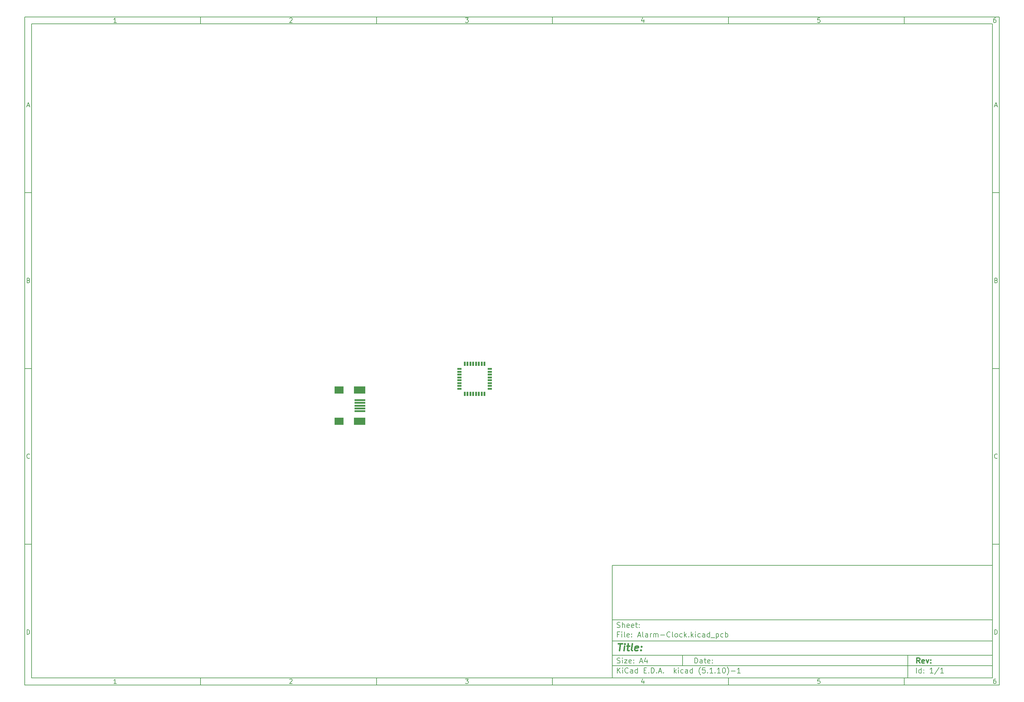
<source format=gbr>
%TF.GenerationSoftware,KiCad,Pcbnew,(5.1.10)-1*%
%TF.CreationDate,2021-11-24T23:11:51+01:00*%
%TF.ProjectId,Alarm-Clock,416c6172-6d2d-4436-9c6f-636b2e6b6963,rev?*%
%TF.SameCoordinates,Original*%
%TF.FileFunction,Paste,Top*%
%TF.FilePolarity,Positive*%
%FSLAX46Y46*%
G04 Gerber Fmt 4.6, Leading zero omitted, Abs format (unit mm)*
G04 Created by KiCad (PCBNEW (5.1.10)-1) date 2021-11-24 23:11:51*
%MOMM*%
%LPD*%
G01*
G04 APERTURE LIST*
%ADD10C,0.100000*%
%ADD11C,0.150000*%
%ADD12C,0.300000*%
%ADD13C,0.400000*%
%ADD14R,0.558800X1.270000*%
%ADD15R,1.270000X0.558800*%
%ADD16R,3.100000X0.500000*%
%ADD17R,3.300000X2.000000*%
%ADD18R,2.500000X2.000000*%
G04 APERTURE END LIST*
D10*
D11*
X177002200Y-166007200D02*
X177002200Y-198007200D01*
X285002200Y-198007200D01*
X285002200Y-166007200D01*
X177002200Y-166007200D01*
D10*
D11*
X10000000Y-10000000D02*
X10000000Y-200007200D01*
X287002200Y-200007200D01*
X287002200Y-10000000D01*
X10000000Y-10000000D01*
D10*
D11*
X12000000Y-12000000D02*
X12000000Y-198007200D01*
X285002200Y-198007200D01*
X285002200Y-12000000D01*
X12000000Y-12000000D01*
D10*
D11*
X60000000Y-12000000D02*
X60000000Y-10000000D01*
D10*
D11*
X110000000Y-12000000D02*
X110000000Y-10000000D01*
D10*
D11*
X160000000Y-12000000D02*
X160000000Y-10000000D01*
D10*
D11*
X210000000Y-12000000D02*
X210000000Y-10000000D01*
D10*
D11*
X260000000Y-12000000D02*
X260000000Y-10000000D01*
D10*
D11*
X36065476Y-11588095D02*
X35322619Y-11588095D01*
X35694047Y-11588095D02*
X35694047Y-10288095D01*
X35570238Y-10473809D01*
X35446428Y-10597619D01*
X35322619Y-10659523D01*
D10*
D11*
X85322619Y-10411904D02*
X85384523Y-10350000D01*
X85508333Y-10288095D01*
X85817857Y-10288095D01*
X85941666Y-10350000D01*
X86003571Y-10411904D01*
X86065476Y-10535714D01*
X86065476Y-10659523D01*
X86003571Y-10845238D01*
X85260714Y-11588095D01*
X86065476Y-11588095D01*
D10*
D11*
X135260714Y-10288095D02*
X136065476Y-10288095D01*
X135632142Y-10783333D01*
X135817857Y-10783333D01*
X135941666Y-10845238D01*
X136003571Y-10907142D01*
X136065476Y-11030952D01*
X136065476Y-11340476D01*
X136003571Y-11464285D01*
X135941666Y-11526190D01*
X135817857Y-11588095D01*
X135446428Y-11588095D01*
X135322619Y-11526190D01*
X135260714Y-11464285D01*
D10*
D11*
X185941666Y-10721428D02*
X185941666Y-11588095D01*
X185632142Y-10226190D02*
X185322619Y-11154761D01*
X186127380Y-11154761D01*
D10*
D11*
X236003571Y-10288095D02*
X235384523Y-10288095D01*
X235322619Y-10907142D01*
X235384523Y-10845238D01*
X235508333Y-10783333D01*
X235817857Y-10783333D01*
X235941666Y-10845238D01*
X236003571Y-10907142D01*
X236065476Y-11030952D01*
X236065476Y-11340476D01*
X236003571Y-11464285D01*
X235941666Y-11526190D01*
X235817857Y-11588095D01*
X235508333Y-11588095D01*
X235384523Y-11526190D01*
X235322619Y-11464285D01*
D10*
D11*
X285941666Y-10288095D02*
X285694047Y-10288095D01*
X285570238Y-10350000D01*
X285508333Y-10411904D01*
X285384523Y-10597619D01*
X285322619Y-10845238D01*
X285322619Y-11340476D01*
X285384523Y-11464285D01*
X285446428Y-11526190D01*
X285570238Y-11588095D01*
X285817857Y-11588095D01*
X285941666Y-11526190D01*
X286003571Y-11464285D01*
X286065476Y-11340476D01*
X286065476Y-11030952D01*
X286003571Y-10907142D01*
X285941666Y-10845238D01*
X285817857Y-10783333D01*
X285570238Y-10783333D01*
X285446428Y-10845238D01*
X285384523Y-10907142D01*
X285322619Y-11030952D01*
D10*
D11*
X60000000Y-198007200D02*
X60000000Y-200007200D01*
D10*
D11*
X110000000Y-198007200D02*
X110000000Y-200007200D01*
D10*
D11*
X160000000Y-198007200D02*
X160000000Y-200007200D01*
D10*
D11*
X210000000Y-198007200D02*
X210000000Y-200007200D01*
D10*
D11*
X260000000Y-198007200D02*
X260000000Y-200007200D01*
D10*
D11*
X36065476Y-199595295D02*
X35322619Y-199595295D01*
X35694047Y-199595295D02*
X35694047Y-198295295D01*
X35570238Y-198481009D01*
X35446428Y-198604819D01*
X35322619Y-198666723D01*
D10*
D11*
X85322619Y-198419104D02*
X85384523Y-198357200D01*
X85508333Y-198295295D01*
X85817857Y-198295295D01*
X85941666Y-198357200D01*
X86003571Y-198419104D01*
X86065476Y-198542914D01*
X86065476Y-198666723D01*
X86003571Y-198852438D01*
X85260714Y-199595295D01*
X86065476Y-199595295D01*
D10*
D11*
X135260714Y-198295295D02*
X136065476Y-198295295D01*
X135632142Y-198790533D01*
X135817857Y-198790533D01*
X135941666Y-198852438D01*
X136003571Y-198914342D01*
X136065476Y-199038152D01*
X136065476Y-199347676D01*
X136003571Y-199471485D01*
X135941666Y-199533390D01*
X135817857Y-199595295D01*
X135446428Y-199595295D01*
X135322619Y-199533390D01*
X135260714Y-199471485D01*
D10*
D11*
X185941666Y-198728628D02*
X185941666Y-199595295D01*
X185632142Y-198233390D02*
X185322619Y-199161961D01*
X186127380Y-199161961D01*
D10*
D11*
X236003571Y-198295295D02*
X235384523Y-198295295D01*
X235322619Y-198914342D01*
X235384523Y-198852438D01*
X235508333Y-198790533D01*
X235817857Y-198790533D01*
X235941666Y-198852438D01*
X236003571Y-198914342D01*
X236065476Y-199038152D01*
X236065476Y-199347676D01*
X236003571Y-199471485D01*
X235941666Y-199533390D01*
X235817857Y-199595295D01*
X235508333Y-199595295D01*
X235384523Y-199533390D01*
X235322619Y-199471485D01*
D10*
D11*
X285941666Y-198295295D02*
X285694047Y-198295295D01*
X285570238Y-198357200D01*
X285508333Y-198419104D01*
X285384523Y-198604819D01*
X285322619Y-198852438D01*
X285322619Y-199347676D01*
X285384523Y-199471485D01*
X285446428Y-199533390D01*
X285570238Y-199595295D01*
X285817857Y-199595295D01*
X285941666Y-199533390D01*
X286003571Y-199471485D01*
X286065476Y-199347676D01*
X286065476Y-199038152D01*
X286003571Y-198914342D01*
X285941666Y-198852438D01*
X285817857Y-198790533D01*
X285570238Y-198790533D01*
X285446428Y-198852438D01*
X285384523Y-198914342D01*
X285322619Y-199038152D01*
D10*
D11*
X10000000Y-60000000D02*
X12000000Y-60000000D01*
D10*
D11*
X10000000Y-110000000D02*
X12000000Y-110000000D01*
D10*
D11*
X10000000Y-160000000D02*
X12000000Y-160000000D01*
D10*
D11*
X10690476Y-35216666D02*
X11309523Y-35216666D01*
X10566666Y-35588095D02*
X11000000Y-34288095D01*
X11433333Y-35588095D01*
D10*
D11*
X11092857Y-84907142D02*
X11278571Y-84969047D01*
X11340476Y-85030952D01*
X11402380Y-85154761D01*
X11402380Y-85340476D01*
X11340476Y-85464285D01*
X11278571Y-85526190D01*
X11154761Y-85588095D01*
X10659523Y-85588095D01*
X10659523Y-84288095D01*
X11092857Y-84288095D01*
X11216666Y-84350000D01*
X11278571Y-84411904D01*
X11340476Y-84535714D01*
X11340476Y-84659523D01*
X11278571Y-84783333D01*
X11216666Y-84845238D01*
X11092857Y-84907142D01*
X10659523Y-84907142D01*
D10*
D11*
X11402380Y-135464285D02*
X11340476Y-135526190D01*
X11154761Y-135588095D01*
X11030952Y-135588095D01*
X10845238Y-135526190D01*
X10721428Y-135402380D01*
X10659523Y-135278571D01*
X10597619Y-135030952D01*
X10597619Y-134845238D01*
X10659523Y-134597619D01*
X10721428Y-134473809D01*
X10845238Y-134350000D01*
X11030952Y-134288095D01*
X11154761Y-134288095D01*
X11340476Y-134350000D01*
X11402380Y-134411904D01*
D10*
D11*
X10659523Y-185588095D02*
X10659523Y-184288095D01*
X10969047Y-184288095D01*
X11154761Y-184350000D01*
X11278571Y-184473809D01*
X11340476Y-184597619D01*
X11402380Y-184845238D01*
X11402380Y-185030952D01*
X11340476Y-185278571D01*
X11278571Y-185402380D01*
X11154761Y-185526190D01*
X10969047Y-185588095D01*
X10659523Y-185588095D01*
D10*
D11*
X287002200Y-60000000D02*
X285002200Y-60000000D01*
D10*
D11*
X287002200Y-110000000D02*
X285002200Y-110000000D01*
D10*
D11*
X287002200Y-160000000D02*
X285002200Y-160000000D01*
D10*
D11*
X285692676Y-35216666D02*
X286311723Y-35216666D01*
X285568866Y-35588095D02*
X286002200Y-34288095D01*
X286435533Y-35588095D01*
D10*
D11*
X286095057Y-84907142D02*
X286280771Y-84969047D01*
X286342676Y-85030952D01*
X286404580Y-85154761D01*
X286404580Y-85340476D01*
X286342676Y-85464285D01*
X286280771Y-85526190D01*
X286156961Y-85588095D01*
X285661723Y-85588095D01*
X285661723Y-84288095D01*
X286095057Y-84288095D01*
X286218866Y-84350000D01*
X286280771Y-84411904D01*
X286342676Y-84535714D01*
X286342676Y-84659523D01*
X286280771Y-84783333D01*
X286218866Y-84845238D01*
X286095057Y-84907142D01*
X285661723Y-84907142D01*
D10*
D11*
X286404580Y-135464285D02*
X286342676Y-135526190D01*
X286156961Y-135588095D01*
X286033152Y-135588095D01*
X285847438Y-135526190D01*
X285723628Y-135402380D01*
X285661723Y-135278571D01*
X285599819Y-135030952D01*
X285599819Y-134845238D01*
X285661723Y-134597619D01*
X285723628Y-134473809D01*
X285847438Y-134350000D01*
X286033152Y-134288095D01*
X286156961Y-134288095D01*
X286342676Y-134350000D01*
X286404580Y-134411904D01*
D10*
D11*
X285661723Y-185588095D02*
X285661723Y-184288095D01*
X285971247Y-184288095D01*
X286156961Y-184350000D01*
X286280771Y-184473809D01*
X286342676Y-184597619D01*
X286404580Y-184845238D01*
X286404580Y-185030952D01*
X286342676Y-185278571D01*
X286280771Y-185402380D01*
X286156961Y-185526190D01*
X285971247Y-185588095D01*
X285661723Y-185588095D01*
D10*
D11*
X200434342Y-193785771D02*
X200434342Y-192285771D01*
X200791485Y-192285771D01*
X201005771Y-192357200D01*
X201148628Y-192500057D01*
X201220057Y-192642914D01*
X201291485Y-192928628D01*
X201291485Y-193142914D01*
X201220057Y-193428628D01*
X201148628Y-193571485D01*
X201005771Y-193714342D01*
X200791485Y-193785771D01*
X200434342Y-193785771D01*
X202577200Y-193785771D02*
X202577200Y-193000057D01*
X202505771Y-192857200D01*
X202362914Y-192785771D01*
X202077200Y-192785771D01*
X201934342Y-192857200D01*
X202577200Y-193714342D02*
X202434342Y-193785771D01*
X202077200Y-193785771D01*
X201934342Y-193714342D01*
X201862914Y-193571485D01*
X201862914Y-193428628D01*
X201934342Y-193285771D01*
X202077200Y-193214342D01*
X202434342Y-193214342D01*
X202577200Y-193142914D01*
X203077200Y-192785771D02*
X203648628Y-192785771D01*
X203291485Y-192285771D02*
X203291485Y-193571485D01*
X203362914Y-193714342D01*
X203505771Y-193785771D01*
X203648628Y-193785771D01*
X204720057Y-193714342D02*
X204577200Y-193785771D01*
X204291485Y-193785771D01*
X204148628Y-193714342D01*
X204077200Y-193571485D01*
X204077200Y-193000057D01*
X204148628Y-192857200D01*
X204291485Y-192785771D01*
X204577200Y-192785771D01*
X204720057Y-192857200D01*
X204791485Y-193000057D01*
X204791485Y-193142914D01*
X204077200Y-193285771D01*
X205434342Y-193642914D02*
X205505771Y-193714342D01*
X205434342Y-193785771D01*
X205362914Y-193714342D01*
X205434342Y-193642914D01*
X205434342Y-193785771D01*
X205434342Y-192857200D02*
X205505771Y-192928628D01*
X205434342Y-193000057D01*
X205362914Y-192928628D01*
X205434342Y-192857200D01*
X205434342Y-193000057D01*
D10*
D11*
X177002200Y-194507200D02*
X285002200Y-194507200D01*
D10*
D11*
X178434342Y-196585771D02*
X178434342Y-195085771D01*
X179291485Y-196585771D02*
X178648628Y-195728628D01*
X179291485Y-195085771D02*
X178434342Y-195942914D01*
X179934342Y-196585771D02*
X179934342Y-195585771D01*
X179934342Y-195085771D02*
X179862914Y-195157200D01*
X179934342Y-195228628D01*
X180005771Y-195157200D01*
X179934342Y-195085771D01*
X179934342Y-195228628D01*
X181505771Y-196442914D02*
X181434342Y-196514342D01*
X181220057Y-196585771D01*
X181077200Y-196585771D01*
X180862914Y-196514342D01*
X180720057Y-196371485D01*
X180648628Y-196228628D01*
X180577200Y-195942914D01*
X180577200Y-195728628D01*
X180648628Y-195442914D01*
X180720057Y-195300057D01*
X180862914Y-195157200D01*
X181077200Y-195085771D01*
X181220057Y-195085771D01*
X181434342Y-195157200D01*
X181505771Y-195228628D01*
X182791485Y-196585771D02*
X182791485Y-195800057D01*
X182720057Y-195657200D01*
X182577200Y-195585771D01*
X182291485Y-195585771D01*
X182148628Y-195657200D01*
X182791485Y-196514342D02*
X182648628Y-196585771D01*
X182291485Y-196585771D01*
X182148628Y-196514342D01*
X182077200Y-196371485D01*
X182077200Y-196228628D01*
X182148628Y-196085771D01*
X182291485Y-196014342D01*
X182648628Y-196014342D01*
X182791485Y-195942914D01*
X184148628Y-196585771D02*
X184148628Y-195085771D01*
X184148628Y-196514342D02*
X184005771Y-196585771D01*
X183720057Y-196585771D01*
X183577200Y-196514342D01*
X183505771Y-196442914D01*
X183434342Y-196300057D01*
X183434342Y-195871485D01*
X183505771Y-195728628D01*
X183577200Y-195657200D01*
X183720057Y-195585771D01*
X184005771Y-195585771D01*
X184148628Y-195657200D01*
X186005771Y-195800057D02*
X186505771Y-195800057D01*
X186720057Y-196585771D02*
X186005771Y-196585771D01*
X186005771Y-195085771D01*
X186720057Y-195085771D01*
X187362914Y-196442914D02*
X187434342Y-196514342D01*
X187362914Y-196585771D01*
X187291485Y-196514342D01*
X187362914Y-196442914D01*
X187362914Y-196585771D01*
X188077200Y-196585771D02*
X188077200Y-195085771D01*
X188434342Y-195085771D01*
X188648628Y-195157200D01*
X188791485Y-195300057D01*
X188862914Y-195442914D01*
X188934342Y-195728628D01*
X188934342Y-195942914D01*
X188862914Y-196228628D01*
X188791485Y-196371485D01*
X188648628Y-196514342D01*
X188434342Y-196585771D01*
X188077200Y-196585771D01*
X189577200Y-196442914D02*
X189648628Y-196514342D01*
X189577200Y-196585771D01*
X189505771Y-196514342D01*
X189577200Y-196442914D01*
X189577200Y-196585771D01*
X190220057Y-196157200D02*
X190934342Y-196157200D01*
X190077200Y-196585771D02*
X190577200Y-195085771D01*
X191077200Y-196585771D01*
X191577200Y-196442914D02*
X191648628Y-196514342D01*
X191577200Y-196585771D01*
X191505771Y-196514342D01*
X191577200Y-196442914D01*
X191577200Y-196585771D01*
X194577200Y-196585771D02*
X194577200Y-195085771D01*
X194720057Y-196014342D02*
X195148628Y-196585771D01*
X195148628Y-195585771D02*
X194577200Y-196157200D01*
X195791485Y-196585771D02*
X195791485Y-195585771D01*
X195791485Y-195085771D02*
X195720057Y-195157200D01*
X195791485Y-195228628D01*
X195862914Y-195157200D01*
X195791485Y-195085771D01*
X195791485Y-195228628D01*
X197148628Y-196514342D02*
X197005771Y-196585771D01*
X196720057Y-196585771D01*
X196577200Y-196514342D01*
X196505771Y-196442914D01*
X196434342Y-196300057D01*
X196434342Y-195871485D01*
X196505771Y-195728628D01*
X196577200Y-195657200D01*
X196720057Y-195585771D01*
X197005771Y-195585771D01*
X197148628Y-195657200D01*
X198434342Y-196585771D02*
X198434342Y-195800057D01*
X198362914Y-195657200D01*
X198220057Y-195585771D01*
X197934342Y-195585771D01*
X197791485Y-195657200D01*
X198434342Y-196514342D02*
X198291485Y-196585771D01*
X197934342Y-196585771D01*
X197791485Y-196514342D01*
X197720057Y-196371485D01*
X197720057Y-196228628D01*
X197791485Y-196085771D01*
X197934342Y-196014342D01*
X198291485Y-196014342D01*
X198434342Y-195942914D01*
X199791485Y-196585771D02*
X199791485Y-195085771D01*
X199791485Y-196514342D02*
X199648628Y-196585771D01*
X199362914Y-196585771D01*
X199220057Y-196514342D01*
X199148628Y-196442914D01*
X199077200Y-196300057D01*
X199077200Y-195871485D01*
X199148628Y-195728628D01*
X199220057Y-195657200D01*
X199362914Y-195585771D01*
X199648628Y-195585771D01*
X199791485Y-195657200D01*
X202077200Y-197157200D02*
X202005771Y-197085771D01*
X201862914Y-196871485D01*
X201791485Y-196728628D01*
X201720057Y-196514342D01*
X201648628Y-196157200D01*
X201648628Y-195871485D01*
X201720057Y-195514342D01*
X201791485Y-195300057D01*
X201862914Y-195157200D01*
X202005771Y-194942914D01*
X202077200Y-194871485D01*
X203362914Y-195085771D02*
X202648628Y-195085771D01*
X202577200Y-195800057D01*
X202648628Y-195728628D01*
X202791485Y-195657200D01*
X203148628Y-195657200D01*
X203291485Y-195728628D01*
X203362914Y-195800057D01*
X203434342Y-195942914D01*
X203434342Y-196300057D01*
X203362914Y-196442914D01*
X203291485Y-196514342D01*
X203148628Y-196585771D01*
X202791485Y-196585771D01*
X202648628Y-196514342D01*
X202577200Y-196442914D01*
X204077200Y-196442914D02*
X204148628Y-196514342D01*
X204077200Y-196585771D01*
X204005771Y-196514342D01*
X204077200Y-196442914D01*
X204077200Y-196585771D01*
X205577200Y-196585771D02*
X204720057Y-196585771D01*
X205148628Y-196585771D02*
X205148628Y-195085771D01*
X205005771Y-195300057D01*
X204862914Y-195442914D01*
X204720057Y-195514342D01*
X206220057Y-196442914D02*
X206291485Y-196514342D01*
X206220057Y-196585771D01*
X206148628Y-196514342D01*
X206220057Y-196442914D01*
X206220057Y-196585771D01*
X207720057Y-196585771D02*
X206862914Y-196585771D01*
X207291485Y-196585771D02*
X207291485Y-195085771D01*
X207148628Y-195300057D01*
X207005771Y-195442914D01*
X206862914Y-195514342D01*
X208648628Y-195085771D02*
X208791485Y-195085771D01*
X208934342Y-195157200D01*
X209005771Y-195228628D01*
X209077200Y-195371485D01*
X209148628Y-195657200D01*
X209148628Y-196014342D01*
X209077200Y-196300057D01*
X209005771Y-196442914D01*
X208934342Y-196514342D01*
X208791485Y-196585771D01*
X208648628Y-196585771D01*
X208505771Y-196514342D01*
X208434342Y-196442914D01*
X208362914Y-196300057D01*
X208291485Y-196014342D01*
X208291485Y-195657200D01*
X208362914Y-195371485D01*
X208434342Y-195228628D01*
X208505771Y-195157200D01*
X208648628Y-195085771D01*
X209648628Y-197157200D02*
X209720057Y-197085771D01*
X209862914Y-196871485D01*
X209934342Y-196728628D01*
X210005771Y-196514342D01*
X210077200Y-196157200D01*
X210077200Y-195871485D01*
X210005771Y-195514342D01*
X209934342Y-195300057D01*
X209862914Y-195157200D01*
X209720057Y-194942914D01*
X209648628Y-194871485D01*
X210791485Y-196014342D02*
X211934342Y-196014342D01*
X213434342Y-196585771D02*
X212577200Y-196585771D01*
X213005771Y-196585771D02*
X213005771Y-195085771D01*
X212862914Y-195300057D01*
X212720057Y-195442914D01*
X212577200Y-195514342D01*
D10*
D11*
X177002200Y-191507200D02*
X285002200Y-191507200D01*
D10*
D12*
X264411485Y-193785771D02*
X263911485Y-193071485D01*
X263554342Y-193785771D02*
X263554342Y-192285771D01*
X264125771Y-192285771D01*
X264268628Y-192357200D01*
X264340057Y-192428628D01*
X264411485Y-192571485D01*
X264411485Y-192785771D01*
X264340057Y-192928628D01*
X264268628Y-193000057D01*
X264125771Y-193071485D01*
X263554342Y-193071485D01*
X265625771Y-193714342D02*
X265482914Y-193785771D01*
X265197200Y-193785771D01*
X265054342Y-193714342D01*
X264982914Y-193571485D01*
X264982914Y-193000057D01*
X265054342Y-192857200D01*
X265197200Y-192785771D01*
X265482914Y-192785771D01*
X265625771Y-192857200D01*
X265697200Y-193000057D01*
X265697200Y-193142914D01*
X264982914Y-193285771D01*
X266197200Y-192785771D02*
X266554342Y-193785771D01*
X266911485Y-192785771D01*
X267482914Y-193642914D02*
X267554342Y-193714342D01*
X267482914Y-193785771D01*
X267411485Y-193714342D01*
X267482914Y-193642914D01*
X267482914Y-193785771D01*
X267482914Y-192857200D02*
X267554342Y-192928628D01*
X267482914Y-193000057D01*
X267411485Y-192928628D01*
X267482914Y-192857200D01*
X267482914Y-193000057D01*
D10*
D11*
X178362914Y-193714342D02*
X178577200Y-193785771D01*
X178934342Y-193785771D01*
X179077200Y-193714342D01*
X179148628Y-193642914D01*
X179220057Y-193500057D01*
X179220057Y-193357200D01*
X179148628Y-193214342D01*
X179077200Y-193142914D01*
X178934342Y-193071485D01*
X178648628Y-193000057D01*
X178505771Y-192928628D01*
X178434342Y-192857200D01*
X178362914Y-192714342D01*
X178362914Y-192571485D01*
X178434342Y-192428628D01*
X178505771Y-192357200D01*
X178648628Y-192285771D01*
X179005771Y-192285771D01*
X179220057Y-192357200D01*
X179862914Y-193785771D02*
X179862914Y-192785771D01*
X179862914Y-192285771D02*
X179791485Y-192357200D01*
X179862914Y-192428628D01*
X179934342Y-192357200D01*
X179862914Y-192285771D01*
X179862914Y-192428628D01*
X180434342Y-192785771D02*
X181220057Y-192785771D01*
X180434342Y-193785771D01*
X181220057Y-193785771D01*
X182362914Y-193714342D02*
X182220057Y-193785771D01*
X181934342Y-193785771D01*
X181791485Y-193714342D01*
X181720057Y-193571485D01*
X181720057Y-193000057D01*
X181791485Y-192857200D01*
X181934342Y-192785771D01*
X182220057Y-192785771D01*
X182362914Y-192857200D01*
X182434342Y-193000057D01*
X182434342Y-193142914D01*
X181720057Y-193285771D01*
X183077200Y-193642914D02*
X183148628Y-193714342D01*
X183077200Y-193785771D01*
X183005771Y-193714342D01*
X183077200Y-193642914D01*
X183077200Y-193785771D01*
X183077200Y-192857200D02*
X183148628Y-192928628D01*
X183077200Y-193000057D01*
X183005771Y-192928628D01*
X183077200Y-192857200D01*
X183077200Y-193000057D01*
X184862914Y-193357200D02*
X185577200Y-193357200D01*
X184720057Y-193785771D02*
X185220057Y-192285771D01*
X185720057Y-193785771D01*
X186862914Y-192785771D02*
X186862914Y-193785771D01*
X186505771Y-192214342D02*
X186148628Y-193285771D01*
X187077200Y-193285771D01*
D10*
D11*
X263434342Y-196585771D02*
X263434342Y-195085771D01*
X264791485Y-196585771D02*
X264791485Y-195085771D01*
X264791485Y-196514342D02*
X264648628Y-196585771D01*
X264362914Y-196585771D01*
X264220057Y-196514342D01*
X264148628Y-196442914D01*
X264077200Y-196300057D01*
X264077200Y-195871485D01*
X264148628Y-195728628D01*
X264220057Y-195657200D01*
X264362914Y-195585771D01*
X264648628Y-195585771D01*
X264791485Y-195657200D01*
X265505771Y-196442914D02*
X265577200Y-196514342D01*
X265505771Y-196585771D01*
X265434342Y-196514342D01*
X265505771Y-196442914D01*
X265505771Y-196585771D01*
X265505771Y-195657200D02*
X265577200Y-195728628D01*
X265505771Y-195800057D01*
X265434342Y-195728628D01*
X265505771Y-195657200D01*
X265505771Y-195800057D01*
X268148628Y-196585771D02*
X267291485Y-196585771D01*
X267720057Y-196585771D02*
X267720057Y-195085771D01*
X267577200Y-195300057D01*
X267434342Y-195442914D01*
X267291485Y-195514342D01*
X269862914Y-195014342D02*
X268577200Y-196942914D01*
X271148628Y-196585771D02*
X270291485Y-196585771D01*
X270720057Y-196585771D02*
X270720057Y-195085771D01*
X270577200Y-195300057D01*
X270434342Y-195442914D01*
X270291485Y-195514342D01*
D10*
D11*
X177002200Y-187507200D02*
X285002200Y-187507200D01*
D10*
D13*
X178714580Y-188211961D02*
X179857438Y-188211961D01*
X179036009Y-190211961D02*
X179286009Y-188211961D01*
X180274104Y-190211961D02*
X180440771Y-188878628D01*
X180524104Y-188211961D02*
X180416961Y-188307200D01*
X180500295Y-188402438D01*
X180607438Y-188307200D01*
X180524104Y-188211961D01*
X180500295Y-188402438D01*
X181107438Y-188878628D02*
X181869342Y-188878628D01*
X181476485Y-188211961D02*
X181262200Y-189926247D01*
X181333628Y-190116723D01*
X181512200Y-190211961D01*
X181702676Y-190211961D01*
X182655057Y-190211961D02*
X182476485Y-190116723D01*
X182405057Y-189926247D01*
X182619342Y-188211961D01*
X184190771Y-190116723D02*
X183988390Y-190211961D01*
X183607438Y-190211961D01*
X183428866Y-190116723D01*
X183357438Y-189926247D01*
X183452676Y-189164342D01*
X183571723Y-188973866D01*
X183774104Y-188878628D01*
X184155057Y-188878628D01*
X184333628Y-188973866D01*
X184405057Y-189164342D01*
X184381247Y-189354819D01*
X183405057Y-189545295D01*
X185155057Y-190021485D02*
X185238390Y-190116723D01*
X185131247Y-190211961D01*
X185047914Y-190116723D01*
X185155057Y-190021485D01*
X185131247Y-190211961D01*
X185286009Y-188973866D02*
X185369342Y-189069104D01*
X185262200Y-189164342D01*
X185178866Y-189069104D01*
X185286009Y-188973866D01*
X185262200Y-189164342D01*
D10*
D11*
X178934342Y-185600057D02*
X178434342Y-185600057D01*
X178434342Y-186385771D02*
X178434342Y-184885771D01*
X179148628Y-184885771D01*
X179720057Y-186385771D02*
X179720057Y-185385771D01*
X179720057Y-184885771D02*
X179648628Y-184957200D01*
X179720057Y-185028628D01*
X179791485Y-184957200D01*
X179720057Y-184885771D01*
X179720057Y-185028628D01*
X180648628Y-186385771D02*
X180505771Y-186314342D01*
X180434342Y-186171485D01*
X180434342Y-184885771D01*
X181791485Y-186314342D02*
X181648628Y-186385771D01*
X181362914Y-186385771D01*
X181220057Y-186314342D01*
X181148628Y-186171485D01*
X181148628Y-185600057D01*
X181220057Y-185457200D01*
X181362914Y-185385771D01*
X181648628Y-185385771D01*
X181791485Y-185457200D01*
X181862914Y-185600057D01*
X181862914Y-185742914D01*
X181148628Y-185885771D01*
X182505771Y-186242914D02*
X182577200Y-186314342D01*
X182505771Y-186385771D01*
X182434342Y-186314342D01*
X182505771Y-186242914D01*
X182505771Y-186385771D01*
X182505771Y-185457200D02*
X182577200Y-185528628D01*
X182505771Y-185600057D01*
X182434342Y-185528628D01*
X182505771Y-185457200D01*
X182505771Y-185600057D01*
X184291485Y-185957200D02*
X185005771Y-185957200D01*
X184148628Y-186385771D02*
X184648628Y-184885771D01*
X185148628Y-186385771D01*
X185862914Y-186385771D02*
X185720057Y-186314342D01*
X185648628Y-186171485D01*
X185648628Y-184885771D01*
X187077200Y-186385771D02*
X187077200Y-185600057D01*
X187005771Y-185457200D01*
X186862914Y-185385771D01*
X186577200Y-185385771D01*
X186434342Y-185457200D01*
X187077200Y-186314342D02*
X186934342Y-186385771D01*
X186577200Y-186385771D01*
X186434342Y-186314342D01*
X186362914Y-186171485D01*
X186362914Y-186028628D01*
X186434342Y-185885771D01*
X186577200Y-185814342D01*
X186934342Y-185814342D01*
X187077200Y-185742914D01*
X187791485Y-186385771D02*
X187791485Y-185385771D01*
X187791485Y-185671485D02*
X187862914Y-185528628D01*
X187934342Y-185457200D01*
X188077200Y-185385771D01*
X188220057Y-185385771D01*
X188720057Y-186385771D02*
X188720057Y-185385771D01*
X188720057Y-185528628D02*
X188791485Y-185457200D01*
X188934342Y-185385771D01*
X189148628Y-185385771D01*
X189291485Y-185457200D01*
X189362914Y-185600057D01*
X189362914Y-186385771D01*
X189362914Y-185600057D02*
X189434342Y-185457200D01*
X189577200Y-185385771D01*
X189791485Y-185385771D01*
X189934342Y-185457200D01*
X190005771Y-185600057D01*
X190005771Y-186385771D01*
X190720057Y-185814342D02*
X191862914Y-185814342D01*
X193434342Y-186242914D02*
X193362914Y-186314342D01*
X193148628Y-186385771D01*
X193005771Y-186385771D01*
X192791485Y-186314342D01*
X192648628Y-186171485D01*
X192577200Y-186028628D01*
X192505771Y-185742914D01*
X192505771Y-185528628D01*
X192577200Y-185242914D01*
X192648628Y-185100057D01*
X192791485Y-184957200D01*
X193005771Y-184885771D01*
X193148628Y-184885771D01*
X193362914Y-184957200D01*
X193434342Y-185028628D01*
X194291485Y-186385771D02*
X194148628Y-186314342D01*
X194077200Y-186171485D01*
X194077200Y-184885771D01*
X195077200Y-186385771D02*
X194934342Y-186314342D01*
X194862914Y-186242914D01*
X194791485Y-186100057D01*
X194791485Y-185671485D01*
X194862914Y-185528628D01*
X194934342Y-185457200D01*
X195077200Y-185385771D01*
X195291485Y-185385771D01*
X195434342Y-185457200D01*
X195505771Y-185528628D01*
X195577200Y-185671485D01*
X195577200Y-186100057D01*
X195505771Y-186242914D01*
X195434342Y-186314342D01*
X195291485Y-186385771D01*
X195077200Y-186385771D01*
X196862914Y-186314342D02*
X196720057Y-186385771D01*
X196434342Y-186385771D01*
X196291485Y-186314342D01*
X196220057Y-186242914D01*
X196148628Y-186100057D01*
X196148628Y-185671485D01*
X196220057Y-185528628D01*
X196291485Y-185457200D01*
X196434342Y-185385771D01*
X196720057Y-185385771D01*
X196862914Y-185457200D01*
X197505771Y-186385771D02*
X197505771Y-184885771D01*
X197648628Y-185814342D02*
X198077200Y-186385771D01*
X198077200Y-185385771D02*
X197505771Y-185957200D01*
X198720057Y-186242914D02*
X198791485Y-186314342D01*
X198720057Y-186385771D01*
X198648628Y-186314342D01*
X198720057Y-186242914D01*
X198720057Y-186385771D01*
X199434342Y-186385771D02*
X199434342Y-184885771D01*
X199577200Y-185814342D02*
X200005771Y-186385771D01*
X200005771Y-185385771D02*
X199434342Y-185957200D01*
X200648628Y-186385771D02*
X200648628Y-185385771D01*
X200648628Y-184885771D02*
X200577200Y-184957200D01*
X200648628Y-185028628D01*
X200720057Y-184957200D01*
X200648628Y-184885771D01*
X200648628Y-185028628D01*
X202005771Y-186314342D02*
X201862914Y-186385771D01*
X201577200Y-186385771D01*
X201434342Y-186314342D01*
X201362914Y-186242914D01*
X201291485Y-186100057D01*
X201291485Y-185671485D01*
X201362914Y-185528628D01*
X201434342Y-185457200D01*
X201577200Y-185385771D01*
X201862914Y-185385771D01*
X202005771Y-185457200D01*
X203291485Y-186385771D02*
X203291485Y-185600057D01*
X203220057Y-185457200D01*
X203077200Y-185385771D01*
X202791485Y-185385771D01*
X202648628Y-185457200D01*
X203291485Y-186314342D02*
X203148628Y-186385771D01*
X202791485Y-186385771D01*
X202648628Y-186314342D01*
X202577200Y-186171485D01*
X202577200Y-186028628D01*
X202648628Y-185885771D01*
X202791485Y-185814342D01*
X203148628Y-185814342D01*
X203291485Y-185742914D01*
X204648628Y-186385771D02*
X204648628Y-184885771D01*
X204648628Y-186314342D02*
X204505771Y-186385771D01*
X204220057Y-186385771D01*
X204077200Y-186314342D01*
X204005771Y-186242914D01*
X203934342Y-186100057D01*
X203934342Y-185671485D01*
X204005771Y-185528628D01*
X204077200Y-185457200D01*
X204220057Y-185385771D01*
X204505771Y-185385771D01*
X204648628Y-185457200D01*
X205005771Y-186528628D02*
X206148628Y-186528628D01*
X206505771Y-185385771D02*
X206505771Y-186885771D01*
X206505771Y-185457200D02*
X206648628Y-185385771D01*
X206934342Y-185385771D01*
X207077200Y-185457200D01*
X207148628Y-185528628D01*
X207220057Y-185671485D01*
X207220057Y-186100057D01*
X207148628Y-186242914D01*
X207077200Y-186314342D01*
X206934342Y-186385771D01*
X206648628Y-186385771D01*
X206505771Y-186314342D01*
X208505771Y-186314342D02*
X208362914Y-186385771D01*
X208077200Y-186385771D01*
X207934342Y-186314342D01*
X207862914Y-186242914D01*
X207791485Y-186100057D01*
X207791485Y-185671485D01*
X207862914Y-185528628D01*
X207934342Y-185457200D01*
X208077200Y-185385771D01*
X208362914Y-185385771D01*
X208505771Y-185457200D01*
X209148628Y-186385771D02*
X209148628Y-184885771D01*
X209148628Y-185457200D02*
X209291485Y-185385771D01*
X209577200Y-185385771D01*
X209720057Y-185457200D01*
X209791485Y-185528628D01*
X209862914Y-185671485D01*
X209862914Y-186100057D01*
X209791485Y-186242914D01*
X209720057Y-186314342D01*
X209577200Y-186385771D01*
X209291485Y-186385771D01*
X209148628Y-186314342D01*
D10*
D11*
X177002200Y-181507200D02*
X285002200Y-181507200D01*
D10*
D11*
X178362914Y-183614342D02*
X178577200Y-183685771D01*
X178934342Y-183685771D01*
X179077200Y-183614342D01*
X179148628Y-183542914D01*
X179220057Y-183400057D01*
X179220057Y-183257200D01*
X179148628Y-183114342D01*
X179077200Y-183042914D01*
X178934342Y-182971485D01*
X178648628Y-182900057D01*
X178505771Y-182828628D01*
X178434342Y-182757200D01*
X178362914Y-182614342D01*
X178362914Y-182471485D01*
X178434342Y-182328628D01*
X178505771Y-182257200D01*
X178648628Y-182185771D01*
X179005771Y-182185771D01*
X179220057Y-182257200D01*
X179862914Y-183685771D02*
X179862914Y-182185771D01*
X180505771Y-183685771D02*
X180505771Y-182900057D01*
X180434342Y-182757200D01*
X180291485Y-182685771D01*
X180077200Y-182685771D01*
X179934342Y-182757200D01*
X179862914Y-182828628D01*
X181791485Y-183614342D02*
X181648628Y-183685771D01*
X181362914Y-183685771D01*
X181220057Y-183614342D01*
X181148628Y-183471485D01*
X181148628Y-182900057D01*
X181220057Y-182757200D01*
X181362914Y-182685771D01*
X181648628Y-182685771D01*
X181791485Y-182757200D01*
X181862914Y-182900057D01*
X181862914Y-183042914D01*
X181148628Y-183185771D01*
X183077200Y-183614342D02*
X182934342Y-183685771D01*
X182648628Y-183685771D01*
X182505771Y-183614342D01*
X182434342Y-183471485D01*
X182434342Y-182900057D01*
X182505771Y-182757200D01*
X182648628Y-182685771D01*
X182934342Y-182685771D01*
X183077200Y-182757200D01*
X183148628Y-182900057D01*
X183148628Y-183042914D01*
X182434342Y-183185771D01*
X183577200Y-182685771D02*
X184148628Y-182685771D01*
X183791485Y-182185771D02*
X183791485Y-183471485D01*
X183862914Y-183614342D01*
X184005771Y-183685771D01*
X184148628Y-183685771D01*
X184648628Y-183542914D02*
X184720057Y-183614342D01*
X184648628Y-183685771D01*
X184577200Y-183614342D01*
X184648628Y-183542914D01*
X184648628Y-183685771D01*
X184648628Y-182757200D02*
X184720057Y-182828628D01*
X184648628Y-182900057D01*
X184577200Y-182828628D01*
X184648628Y-182757200D01*
X184648628Y-182900057D01*
D10*
D11*
X197002200Y-191507200D02*
X197002200Y-194507200D01*
D10*
D11*
X261002200Y-191507200D02*
X261002200Y-198007200D01*
D14*
%TO.C,IC1*%
X135071100Y-108643500D03*
X135871100Y-108643500D03*
X136671100Y-108643500D03*
X137471100Y-108643500D03*
X138271100Y-108643500D03*
X139071100Y-108643500D03*
X139871100Y-108643500D03*
X140671100Y-108643500D03*
D15*
X142163700Y-110136100D03*
X142163700Y-110936100D03*
X142163700Y-111736100D03*
X142163700Y-112536100D03*
X142163700Y-113336100D03*
X142163700Y-114136100D03*
X142163700Y-114936100D03*
X142163700Y-115736100D03*
D14*
X140671100Y-117228700D03*
X139871100Y-117228700D03*
X139071100Y-117228700D03*
X138271100Y-117228700D03*
X137471100Y-117228700D03*
X136671100Y-117228700D03*
X135871100Y-117228700D03*
X135071100Y-117228700D03*
D15*
X133578500Y-115736100D03*
X133578500Y-114936100D03*
X133578500Y-114136100D03*
X133578500Y-113336100D03*
X133578500Y-112536100D03*
X133578500Y-111736100D03*
X133578500Y-110936100D03*
X133578500Y-110136100D03*
%TD*%
D16*
%TO.C,X1*%
X105311100Y-122156100D03*
X105311100Y-121356100D03*
X105311100Y-120556100D03*
X105311100Y-119756100D03*
X105311100Y-118956100D03*
D17*
X105211100Y-116106100D03*
X105211100Y-125006100D03*
D18*
X99311100Y-116106100D03*
X99311100Y-125006100D03*
%TD*%
M02*

</source>
